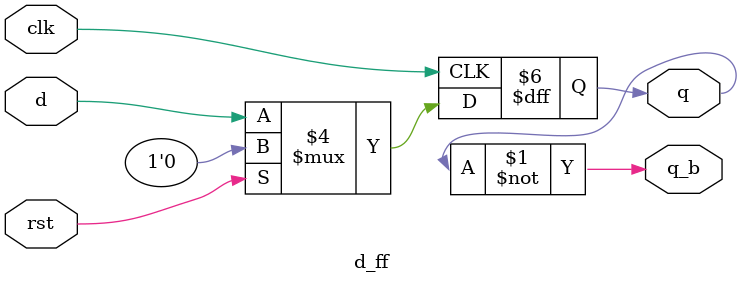
<source format=v>
module d_ff(clk,rst,d,q,q_b);
  input clk,rst,d;
  output reg q,q_b;
  assign q_b=~q;
  always@(posedge clk)begin
    if(rst)
      q<=0;
  else
    q<=d;
  end
endmodule

</source>
